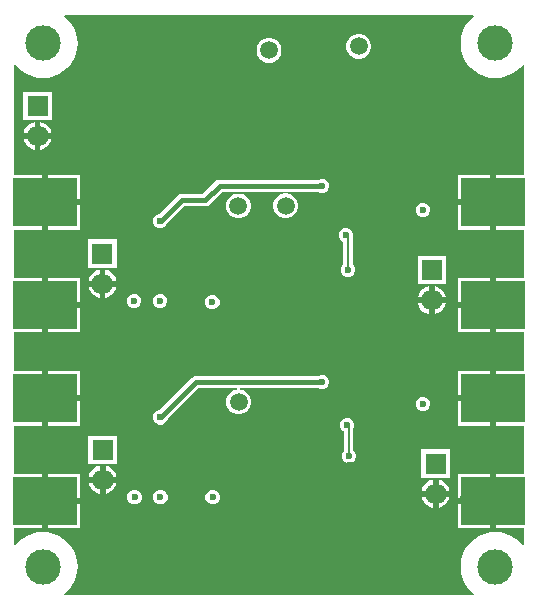
<source format=gbl>
G04*
G04 #@! TF.GenerationSoftware,Altium Limited,Altium Designer,22.6.1 (34)*
G04*
G04 Layer_Physical_Order=4*
G04 Layer_Color=16711680*
%FSAX43Y43*%
%MOMM*%
G71*
G04*
G04 #@! TF.SameCoordinates,DFD1A6D8-6486-425C-A6BB-C63D1257436E*
G04*
G04*
G04 #@! TF.FilePolarity,Positive*
G04*
G01*
G75*
%ADD22R,5.385X4.026*%
%ADD47C,0.193*%
%ADD49C,0.400*%
%ADD51C,1.500*%
%ADD52R,1.800X1.800*%
%ADD53C,1.800*%
%ADD54C,3.000*%
%ADD55C,0.600*%
G36*
X0039307Y0049592D02*
X0039354Y0049465D01*
X0039074Y0049226D01*
X0038775Y0048876D01*
X0038534Y0048483D01*
X0038358Y0048057D01*
X0038250Y0047609D01*
X0038214Y0047150D01*
X0038250Y0046691D01*
X0038358Y0046243D01*
X0038534Y0045817D01*
X0038775Y0045424D01*
X0039074Y0045074D01*
X0039424Y0044775D01*
X0039817Y0044534D01*
X0040243Y0044358D01*
X0040691Y0044250D01*
X0041150Y0044214D01*
X0041609Y0044250D01*
X0042057Y0044358D01*
X0042483Y0044534D01*
X0042876Y0044775D01*
X0043226Y0045074D01*
X0043465Y0045354D01*
X0043592Y0045307D01*
Y0036006D01*
X0041250D01*
Y0033693D01*
Y0031380D01*
X0043592D01*
Y0027320D01*
X0041250D01*
Y0025007D01*
Y0022694D01*
X0043592D01*
Y0019406D01*
X0041250D01*
Y0017093D01*
Y0014780D01*
X0043592D01*
Y0010720D01*
X0041250D01*
Y0008407D01*
Y0006094D01*
X0043592D01*
Y0004693D01*
X0043465Y0004646D01*
X0043226Y0004926D01*
X0042876Y0005225D01*
X0042483Y0005466D01*
X0042057Y0005642D01*
X0041609Y0005750D01*
X0041150Y0005786D01*
X0040691Y0005750D01*
X0040243Y0005642D01*
X0039817Y0005466D01*
X0039424Y0005225D01*
X0039074Y0004926D01*
X0038775Y0004576D01*
X0038534Y0004183D01*
X0038358Y0003757D01*
X0038250Y0003309D01*
X0038214Y0002850D01*
X0038250Y0002391D01*
X0038358Y0001943D01*
X0038534Y0001517D01*
X0038775Y0001124D01*
X0039074Y0000774D01*
X0039354Y0000535D01*
X0039307Y0000408D01*
X0004693D01*
X0004646Y0000535D01*
X0004926Y0000774D01*
X0005225Y0001124D01*
X0005466Y0001517D01*
X0005642Y0001943D01*
X0005750Y0002391D01*
X0005786Y0002850D01*
X0005750Y0003309D01*
X0005642Y0003757D01*
X0005466Y0004183D01*
X0005225Y0004576D01*
X0004926Y0004926D01*
X0004576Y0005225D01*
X0004183Y0005466D01*
X0003757Y0005642D01*
X0003309Y0005750D01*
X0002850Y0005786D01*
X0002391Y0005750D01*
X0001943Y0005642D01*
X0001517Y0005466D01*
X0001124Y0005225D01*
X0000774Y0004926D01*
X0000535Y0004646D01*
X0000408Y0004693D01*
Y0006094D01*
X0002750D01*
Y0008407D01*
Y0010720D01*
X0000408D01*
Y0014780D01*
X0002750D01*
Y0017093D01*
Y0019406D01*
X0000408D01*
Y0022694D01*
X0002750D01*
Y0025007D01*
Y0027320D01*
X0000408D01*
Y0031380D01*
X0002750D01*
Y0033693D01*
Y0036006D01*
X0000408D01*
Y0045307D01*
X0000535Y0045354D01*
X0000774Y0045074D01*
X0001124Y0044775D01*
X0001517Y0044534D01*
X0001943Y0044358D01*
X0002391Y0044250D01*
X0002850Y0044214D01*
X0003309Y0044250D01*
X0003757Y0044358D01*
X0004183Y0044534D01*
X0004576Y0044775D01*
X0004926Y0045074D01*
X0005225Y0045424D01*
X0005466Y0045817D01*
X0005642Y0046243D01*
X0005750Y0046691D01*
X0005786Y0047150D01*
X0005750Y0047609D01*
X0005642Y0048057D01*
X0005466Y0048483D01*
X0005225Y0048876D01*
X0004926Y0049226D01*
X0004646Y0049465D01*
X0004693Y0049592D01*
X0039307Y0049592D01*
D02*
G37*
%LPC*%
G36*
X0029738Y0047950D02*
X0029462D01*
X0029195Y0047878D01*
X0028955Y0047740D01*
X0028760Y0047545D01*
X0028622Y0047305D01*
X0028550Y0047038D01*
Y0046762D01*
X0028622Y0046495D01*
X0028760Y0046255D01*
X0028955Y0046060D01*
X0029195Y0045922D01*
X0029462Y0045850D01*
X0029738D01*
X0030005Y0045922D01*
X0030245Y0046060D01*
X0030440Y0046255D01*
X0030578Y0046495D01*
X0030650Y0046762D01*
Y0047038D01*
X0030578Y0047305D01*
X0030440Y0047545D01*
X0030245Y0047740D01*
X0030005Y0047878D01*
X0029738Y0047950D01*
D02*
G37*
G36*
X0022138Y0047625D02*
X0021862D01*
X0021595Y0047553D01*
X0021355Y0047415D01*
X0021160Y0047220D01*
X0021022Y0046980D01*
X0020950Y0046713D01*
Y0046437D01*
X0021022Y0046170D01*
X0021160Y0045930D01*
X0021355Y0045735D01*
X0021595Y0045597D01*
X0021862Y0045525D01*
X0022138D01*
X0022405Y0045597D01*
X0022645Y0045735D01*
X0022840Y0045930D01*
X0022978Y0046170D01*
X0023050Y0046437D01*
Y0046713D01*
X0022978Y0046980D01*
X0022840Y0047220D01*
X0022645Y0047415D01*
X0022405Y0047553D01*
X0022138Y0047625D01*
D02*
G37*
G36*
X0003600Y0043070D02*
X0001200D01*
Y0040670D01*
X0003600D01*
Y0043070D01*
D02*
G37*
G36*
X0002650Y0040505D02*
Y0039580D01*
X0003575D01*
X0003518Y0039793D01*
X0003360Y0040067D01*
X0003137Y0040290D01*
X0002863Y0040448D01*
X0002650Y0040505D01*
D02*
G37*
G36*
X0002150D02*
X0001937Y0040448D01*
X0001663Y0040290D01*
X0001440Y0040067D01*
X0001282Y0039793D01*
X0001225Y0039580D01*
X0002150D01*
Y0040505D01*
D02*
G37*
G36*
X0003575Y0039080D02*
X0002650D01*
Y0038155D01*
X0002863Y0038212D01*
X0003137Y0038370D01*
X0003360Y0038593D01*
X0003518Y0038867D01*
X0003575Y0039080D01*
D02*
G37*
G36*
X0002150D02*
X0001225D01*
X0001282Y0038867D01*
X0001440Y0038593D01*
X0001663Y0038370D01*
X0001937Y0038212D01*
X0002150Y0038155D01*
Y0039080D01*
D02*
G37*
G36*
X0026619Y0035700D02*
X0026381D01*
X0026163Y0035610D01*
X0017820D01*
X0017625Y0035571D01*
X0017460Y0035460D01*
X0016399Y0034400D01*
X0014590D01*
X0014395Y0034361D01*
X0014230Y0034250D01*
X0012678Y0032699D01*
X0012460Y0032609D01*
X0012291Y0032440D01*
X0012200Y0032219D01*
Y0031981D01*
X0012291Y0031760D01*
X0012460Y0031591D01*
X0012681Y0031500D01*
X0012919D01*
X0013140Y0031591D01*
X0013309Y0031760D01*
X0013399Y0031978D01*
X0014801Y0033380D01*
X0016610D01*
X0016805Y0033419D01*
X0016970Y0033530D01*
X0018031Y0034590D01*
X0026163D01*
X0026381Y0034500D01*
X0026619D01*
X0026840Y0034591D01*
X0027009Y0034760D01*
X0027100Y0034981D01*
Y0035219D01*
X0027009Y0035440D01*
X0026840Y0035609D01*
X0026619Y0035700D01*
D02*
G37*
G36*
X0005992Y0036006D02*
X0003250D01*
Y0033943D01*
X0005992D01*
Y0036006D01*
D02*
G37*
G36*
X0040750Y0036006D02*
X0038008D01*
Y0033943D01*
X0040750D01*
Y0036006D01*
D02*
G37*
G36*
X0035129Y0033660D02*
X0034891D01*
X0034670Y0033569D01*
X0034501Y0033400D01*
X0034410Y0033179D01*
Y0032941D01*
X0034501Y0032720D01*
X0034670Y0032551D01*
X0034891Y0032460D01*
X0035129D01*
X0035350Y0032551D01*
X0035519Y0032720D01*
X0035610Y0032941D01*
Y0033179D01*
X0035519Y0033400D01*
X0035350Y0033569D01*
X0035129Y0033660D01*
D02*
G37*
G36*
X0023538Y0034450D02*
X0023262D01*
X0022995Y0034378D01*
X0022755Y0034240D01*
X0022560Y0034045D01*
X0022422Y0033805D01*
X0022350Y0033538D01*
Y0033262D01*
X0022422Y0032995D01*
X0022560Y0032755D01*
X0022755Y0032560D01*
X0022995Y0032422D01*
X0023262Y0032350D01*
X0023538D01*
X0023805Y0032422D01*
X0024045Y0032560D01*
X0024240Y0032755D01*
X0024378Y0032995D01*
X0024450Y0033262D01*
Y0033538D01*
X0024378Y0033805D01*
X0024240Y0034045D01*
X0024045Y0034240D01*
X0023805Y0034378D01*
X0023538Y0034450D01*
D02*
G37*
G36*
X0019548Y0034440D02*
X0019272D01*
X0019005Y0034368D01*
X0018765Y0034230D01*
X0018570Y0034035D01*
X0018432Y0033795D01*
X0018360Y0033528D01*
Y0033252D01*
X0018432Y0032985D01*
X0018570Y0032745D01*
X0018765Y0032550D01*
X0019005Y0032412D01*
X0019272Y0032340D01*
X0019548D01*
X0019815Y0032412D01*
X0020055Y0032550D01*
X0020250Y0032745D01*
X0020388Y0032985D01*
X0020460Y0033252D01*
Y0033528D01*
X0020388Y0033795D01*
X0020250Y0034035D01*
X0020055Y0034230D01*
X0019815Y0034368D01*
X0019548Y0034440D01*
D02*
G37*
G36*
X0005992Y0033443D02*
X0003250D01*
Y0031380D01*
X0005992D01*
Y0033443D01*
D02*
G37*
G36*
X0040750D02*
X0038008D01*
Y0031380D01*
X0040750D01*
Y0033443D01*
D02*
G37*
G36*
X0009100Y0030550D02*
X0006700D01*
Y0028150D01*
X0009100D01*
Y0030550D01*
D02*
G37*
G36*
X0028609Y0031500D02*
X0028371D01*
X0028150Y0031409D01*
X0027981Y0031240D01*
X0027890Y0031019D01*
Y0030781D01*
X0027981Y0030560D01*
X0028150Y0030391D01*
X0028295Y0030331D01*
Y0028444D01*
X0028191Y0028340D01*
X0028100Y0028119D01*
Y0027881D01*
X0028191Y0027660D01*
X0028360Y0027491D01*
X0028581Y0027400D01*
X0028819D01*
X0029040Y0027491D01*
X0029209Y0027660D01*
X0029300Y0027881D01*
Y0028119D01*
X0029209Y0028340D01*
X0029105Y0028444D01*
Y0030690D01*
X0029105Y0030690D01*
X0029088Y0030775D01*
X0029090Y0030781D01*
Y0031019D01*
X0028999Y0031240D01*
X0028830Y0031409D01*
X0028609Y0031500D01*
D02*
G37*
G36*
X0008150Y0027985D02*
Y0027060D01*
X0009075D01*
X0009018Y0027273D01*
X0008860Y0027547D01*
X0008637Y0027770D01*
X0008363Y0027928D01*
X0008150Y0027985D01*
D02*
G37*
G36*
X0007650D02*
X0007437Y0027928D01*
X0007163Y0027770D01*
X0006940Y0027547D01*
X0006782Y0027273D01*
X0006725Y0027060D01*
X0007650D01*
Y0027985D01*
D02*
G37*
G36*
X0036980Y0029150D02*
X0034580D01*
Y0026750D01*
X0036980D01*
Y0029150D01*
D02*
G37*
G36*
X0036030Y0026585D02*
Y0025660D01*
X0036955D01*
X0036898Y0025873D01*
X0036740Y0026147D01*
X0036517Y0026370D01*
X0036243Y0026528D01*
X0036030Y0026585D01*
D02*
G37*
G36*
X0035530D02*
X0035317Y0026528D01*
X0035043Y0026370D01*
X0034820Y0026147D01*
X0034662Y0025873D01*
X0034605Y0025660D01*
X0035530D01*
Y0026585D01*
D02*
G37*
G36*
X0009075Y0026560D02*
X0008150D01*
Y0025635D01*
X0008363Y0025692D01*
X0008637Y0025850D01*
X0008860Y0026073D01*
X0009018Y0026347D01*
X0009075Y0026560D01*
D02*
G37*
G36*
X0007650D02*
X0006725D01*
X0006782Y0026347D01*
X0006940Y0026073D01*
X0007163Y0025850D01*
X0007437Y0025692D01*
X0007650Y0025635D01*
Y0026560D01*
D02*
G37*
G36*
X0005992Y0027320D02*
X0003250D01*
Y0025257D01*
X0005992D01*
Y0027320D01*
D02*
G37*
G36*
X0040750Y0027320D02*
X0038008D01*
Y0025257D01*
X0040750D01*
Y0027320D01*
D02*
G37*
G36*
X0012921Y0025953D02*
X0012682D01*
X0012461Y0025862D01*
X0012293Y0025693D01*
X0012201Y0025473D01*
Y0025234D01*
X0012293Y0025013D01*
X0012461Y0024845D01*
X0012682Y0024753D01*
X0012921D01*
X0013141Y0024845D01*
X0013310Y0025013D01*
X0013401Y0025234D01*
Y0025473D01*
X0013310Y0025693D01*
X0013141Y0025862D01*
X0012921Y0025953D01*
D02*
G37*
G36*
X0010721D02*
X0010482D01*
X0010261Y0025862D01*
X0010093Y0025693D01*
X0010001Y0025473D01*
Y0025234D01*
X0010093Y0025013D01*
X0010261Y0024845D01*
X0010482Y0024753D01*
X0010721D01*
X0010941Y0024845D01*
X0011110Y0025013D01*
X0011201Y0025234D01*
Y0025473D01*
X0011110Y0025693D01*
X0010941Y0025862D01*
X0010721Y0025953D01*
D02*
G37*
G36*
X0017329Y0025840D02*
X0017091D01*
X0016870Y0025749D01*
X0016701Y0025580D01*
X0016610Y0025359D01*
Y0025121D01*
X0016701Y0024900D01*
X0016870Y0024731D01*
X0017091Y0024640D01*
X0017329D01*
X0017550Y0024731D01*
X0017719Y0024900D01*
X0017810Y0025121D01*
Y0025359D01*
X0017719Y0025580D01*
X0017550Y0025749D01*
X0017329Y0025840D01*
D02*
G37*
G36*
X0036955Y0025160D02*
X0036030D01*
Y0024235D01*
X0036243Y0024292D01*
X0036517Y0024450D01*
X0036740Y0024673D01*
X0036898Y0024947D01*
X0036955Y0025160D01*
D02*
G37*
G36*
X0035530D02*
X0034605D01*
X0034662Y0024947D01*
X0034820Y0024673D01*
X0035043Y0024450D01*
X0035317Y0024292D01*
X0035530Y0024235D01*
Y0025160D01*
D02*
G37*
G36*
X0005992Y0024757D02*
X0003250D01*
Y0022694D01*
X0005992D01*
Y0024757D01*
D02*
G37*
G36*
X0040750D02*
X0038008D01*
Y0022694D01*
X0040750D01*
Y0024757D01*
D02*
G37*
G36*
X0026627Y0019080D02*
X0026388D01*
X0026170Y0018990D01*
X0015807D01*
X0015612Y0018951D01*
X0015447Y0018841D01*
X0012685Y0016079D01*
X0012467Y0015989D01*
X0012299Y0015820D01*
X0012207Y0015600D01*
Y0015361D01*
X0012299Y0015141D01*
X0012467Y0014972D01*
X0012688Y0014880D01*
X0012927D01*
X0013147Y0014972D01*
X0013316Y0015141D01*
X0013406Y0015358D01*
X0016018Y0017971D01*
X0019278D01*
X0019282Y0017845D01*
X0019015Y0017773D01*
X0018775Y0017635D01*
X0018580Y0017440D01*
X0018442Y0017200D01*
X0018370Y0016933D01*
Y0016657D01*
X0018442Y0016390D01*
X0018580Y0016150D01*
X0018775Y0015955D01*
X0019015Y0015817D01*
X0019282Y0015745D01*
X0019558D01*
X0019825Y0015817D01*
X0020065Y0015955D01*
X0020260Y0016150D01*
X0020398Y0016390D01*
X0020470Y0016657D01*
Y0016933D01*
X0020398Y0017200D01*
X0020260Y0017440D01*
X0020065Y0017635D01*
X0019825Y0017773D01*
X0019558Y0017845D01*
X0019562Y0017971D01*
X0026170D01*
X0026388Y0017880D01*
X0026627D01*
X0026847Y0017972D01*
X0027016Y0018141D01*
X0027107Y0018361D01*
Y0018600D01*
X0027016Y0018820D01*
X0026847Y0018989D01*
X0026627Y0019080D01*
D02*
G37*
G36*
X0005992Y0019406D02*
X0003250D01*
Y0017343D01*
X0005992D01*
Y0019406D01*
D02*
G37*
G36*
X0040750Y0019406D02*
X0038008D01*
Y0017343D01*
X0040750D01*
Y0019406D01*
D02*
G37*
G36*
X0035139Y0017245D02*
X0034901D01*
X0034680Y0017154D01*
X0034511Y0016985D01*
X0034420Y0016764D01*
Y0016526D01*
X0034511Y0016305D01*
X0034680Y0016136D01*
X0034901Y0016045D01*
X0035139D01*
X0035360Y0016136D01*
X0035529Y0016305D01*
X0035620Y0016526D01*
Y0016764D01*
X0035529Y0016985D01*
X0035360Y0017154D01*
X0035139Y0017245D01*
D02*
G37*
G36*
X0005992Y0016843D02*
X0003250D01*
Y0014780D01*
X0005992D01*
Y0016843D01*
D02*
G37*
G36*
X0040750Y0016843D02*
X0038008D01*
Y0014780D01*
X0040750D01*
Y0016843D01*
D02*
G37*
G36*
X0028735Y0015430D02*
X0028497D01*
X0028276Y0015339D01*
X0028107Y0015170D01*
X0028016Y0014949D01*
Y0014711D01*
X0028107Y0014490D01*
X0028276Y0014321D01*
X0028338Y0014296D01*
Y0012661D01*
X0028234Y0012557D01*
X0028142Y0012337D01*
Y0012098D01*
X0028234Y0011877D01*
X0028402Y0011709D01*
X0028623Y0011617D01*
X0028862D01*
X0029082Y0011709D01*
X0029251Y0011877D01*
X0029342Y0012098D01*
Y0012337D01*
X0029251Y0012557D01*
X0029147Y0012661D01*
Y0014543D01*
X0029216Y0014711D01*
Y0014949D01*
X0029125Y0015170D01*
X0028956Y0015339D01*
X0028735Y0015430D01*
D02*
G37*
G36*
X0009110Y0013950D02*
X0006710D01*
Y0011550D01*
X0009110D01*
Y0013950D01*
D02*
G37*
G36*
X0008160Y0011385D02*
Y0010460D01*
X0009085D01*
X0009028Y0010673D01*
X0008870Y0010947D01*
X0008647Y0011170D01*
X0008373Y0011328D01*
X0008160Y0011385D01*
D02*
G37*
G36*
X0007660D02*
X0007447Y0011328D01*
X0007173Y0011170D01*
X0006950Y0010947D01*
X0006792Y0010673D01*
X0006735Y0010460D01*
X0007660D01*
Y0011385D01*
D02*
G37*
G36*
X0037300Y0012770D02*
X0034900D01*
Y0010370D01*
X0037300D01*
Y0012770D01*
D02*
G37*
G36*
X0036350Y0010205D02*
Y0009280D01*
X0037275D01*
X0037218Y0009493D01*
X0037060Y0009767D01*
X0036837Y0009990D01*
X0036563Y0010148D01*
X0036350Y0010205D01*
D02*
G37*
G36*
X0035850D02*
X0035637Y0010148D01*
X0035363Y0009990D01*
X0035140Y0009767D01*
X0034982Y0009493D01*
X0034925Y0009280D01*
X0035850D01*
Y0010205D01*
D02*
G37*
G36*
X0009085Y0009960D02*
X0008160D01*
Y0009035D01*
X0008373Y0009092D01*
X0008647Y0009250D01*
X0008870Y0009473D01*
X0009028Y0009747D01*
X0009085Y0009960D01*
D02*
G37*
G36*
X0007660D02*
X0006735D01*
X0006792Y0009747D01*
X0006950Y0009473D01*
X0007173Y0009250D01*
X0007447Y0009092D01*
X0007660Y0009035D01*
Y0009960D01*
D02*
G37*
G36*
X0005992Y0010720D02*
X0003250D01*
Y0008657D01*
X0005992D01*
Y0010720D01*
D02*
G37*
G36*
X0040750Y0010720D02*
X0038008D01*
Y0008657D01*
X0040750D01*
Y0010720D01*
D02*
G37*
G36*
X0017339Y0009325D02*
X0017101D01*
X0016880Y0009234D01*
X0016711Y0009065D01*
X0016620Y0008844D01*
Y0008606D01*
X0016711Y0008385D01*
X0016880Y0008216D01*
X0017101Y0008125D01*
X0017339D01*
X0017560Y0008216D01*
X0017729Y0008385D01*
X0017820Y0008606D01*
Y0008844D01*
X0017729Y0009065D01*
X0017560Y0009234D01*
X0017339Y0009325D01*
D02*
G37*
G36*
X0012929Y0009315D02*
X0012691D01*
X0012470Y0009224D01*
X0012301Y0009055D01*
X0012210Y0008834D01*
Y0008596D01*
X0012301Y0008375D01*
X0012470Y0008206D01*
X0012691Y0008115D01*
X0012929D01*
X0013150Y0008206D01*
X0013319Y0008375D01*
X0013410Y0008596D01*
Y0008834D01*
X0013319Y0009055D01*
X0013150Y0009224D01*
X0012929Y0009315D01*
D02*
G37*
G36*
X0010729D02*
X0010491D01*
X0010270Y0009224D01*
X0010101Y0009055D01*
X0010010Y0008834D01*
Y0008596D01*
X0010101Y0008375D01*
X0010270Y0008206D01*
X0010491Y0008115D01*
X0010729D01*
X0010950Y0008206D01*
X0011119Y0008375D01*
X0011210Y0008596D01*
Y0008834D01*
X0011119Y0009055D01*
X0010950Y0009224D01*
X0010729Y0009315D01*
D02*
G37*
G36*
X0037275Y0008780D02*
X0036350D01*
Y0007855D01*
X0036563Y0007912D01*
X0036837Y0008070D01*
X0037060Y0008293D01*
X0037218Y0008567D01*
X0037275Y0008780D01*
D02*
G37*
G36*
X0035850D02*
X0034925D01*
X0034982Y0008567D01*
X0035140Y0008293D01*
X0035363Y0008070D01*
X0035637Y0007912D01*
X0035850Y0007855D01*
Y0008780D01*
D02*
G37*
G36*
X0005992Y0008157D02*
X0003250D01*
Y0006094D01*
X0005992D01*
Y0008157D01*
D02*
G37*
G36*
X0040750Y0008157D02*
X0038008D01*
Y0006094D01*
X0040750D01*
Y0008157D01*
D02*
G37*
%LPD*%
D22*
X0041000Y0017093D02*
D03*
Y0008407D02*
D03*
X0041000Y0033693D02*
D03*
Y0025007D02*
D03*
X0003000Y0008407D02*
D03*
Y0017093D02*
D03*
Y0025007D02*
D03*
Y0033693D02*
D03*
D47*
X0028742Y0012217D02*
Y0014594D01*
X0028616Y0014720D02*
X0028742Y0014594D01*
X0028616Y0014720D02*
Y0014830D01*
X0028700Y0028000D02*
Y0030690D01*
X0028490Y0030900D02*
X0028700Y0030690D01*
D49*
X0012823Y0032123D02*
X0014590Y0033890D01*
X0017820Y0035100D02*
X0026500D01*
X0014590Y0033890D02*
X0016610D01*
X0017820Y0035100D01*
X0012831Y0015504D02*
X0015807Y0018480D01*
X0026507D01*
D51*
X0019420Y0016795D02*
D03*
X0023400Y0033400D02*
D03*
X0019410Y0033390D02*
D03*
X0029600Y0046900D02*
D03*
X0022000Y0046575D02*
D03*
D52*
X0035780Y0027950D02*
D03*
X0002400Y0041870D02*
D03*
X0007910Y0012750D02*
D03*
X0007900Y0029350D02*
D03*
X0036100Y0011570D02*
D03*
D53*
X0035780Y0025410D02*
D03*
X0002400Y0039330D02*
D03*
X0007910Y0010210D02*
D03*
X0007900Y0026810D02*
D03*
X0036100Y0009030D02*
D03*
D54*
X0041150Y0047150D02*
D03*
Y0002850D02*
D03*
X0002850D02*
D03*
Y0047150D02*
D03*
D55*
X0041000Y0022000D02*
D03*
Y0014000D02*
D03*
X0035000Y0034000D02*
D03*
X0037000Y0030000D02*
D03*
Y0022000D02*
D03*
X0035000Y0018000D02*
D03*
X0037000Y0014000D02*
D03*
Y0006000D02*
D03*
X0035000Y0002000D02*
D03*
X0031000Y0034000D02*
D03*
Y0026000D02*
D03*
X0033000Y0022000D02*
D03*
X0031000Y0018000D02*
D03*
X0033000Y0006000D02*
D03*
X0031000Y0002000D02*
D03*
X0027000Y0042000D02*
D03*
Y0026000D02*
D03*
X0029000Y0022000D02*
D03*
X0027000Y0010000D02*
D03*
X0029000Y0006000D02*
D03*
X0027000Y0002000D02*
D03*
X0023000Y0042000D02*
D03*
Y0026000D02*
D03*
X0025000Y0022000D02*
D03*
Y0006000D02*
D03*
X0023000Y0002000D02*
D03*
X0021000Y0038000D02*
D03*
Y0022000D02*
D03*
Y0006000D02*
D03*
X0019000Y0002000D02*
D03*
X0017000Y0046000D02*
D03*
X0015000Y0042000D02*
D03*
X0017000Y0038000D02*
D03*
X0015000Y0026000D02*
D03*
X0017000Y0022000D02*
D03*
X0015000Y0010000D02*
D03*
X0017000Y0006000D02*
D03*
X0015000Y0002000D02*
D03*
X0011000Y0034000D02*
D03*
X0013000Y0022000D02*
D03*
X0011000Y0018000D02*
D03*
X0013000Y0006000D02*
D03*
X0011000Y0002000D02*
D03*
X0009000Y0046000D02*
D03*
Y0038000D02*
D03*
X0007000Y0034000D02*
D03*
X0009000Y0022000D02*
D03*
X0007000Y0018000D02*
D03*
X0009000Y0006000D02*
D03*
X0007000Y0002000D02*
D03*
X0005000Y0038000D02*
D03*
Y0022000D02*
D03*
Y0014000D02*
D03*
X0028490Y0030900D02*
D03*
X0028742Y0012217D02*
D03*
X0028844Y0011464D02*
D03*
X0028616Y0014830D02*
D03*
X0028700Y0028000D02*
D03*
X0028800Y0027100D02*
D03*
X0022823Y0012193D02*
D03*
X0035010Y0030240D02*
D03*
X0023319Y0027781D02*
D03*
X0036650Y0037800D02*
D03*
X0032915Y0039840D02*
D03*
X0013400Y0035275D02*
D03*
Y0039225D02*
D03*
X0026650Y0046200D02*
D03*
X0007600Y0040375D02*
D03*
X0005400D02*
D03*
X0019600Y0042050D02*
D03*
X0035020Y0016645D02*
D03*
X0035010Y0033060D02*
D03*
X0026507Y0018480D02*
D03*
X0012807Y0015480D02*
D03*
X0012800Y0032100D02*
D03*
X0026500Y0035100D02*
D03*
X0010610Y0008715D02*
D03*
X0012810D02*
D03*
X0017220Y0008725D02*
D03*
X0017210Y0025240D02*
D03*
X0012801Y0025353D02*
D03*
X0010601D02*
D03*
X0015022Y0014627D02*
D03*
X0017222D02*
D03*
X0041000Y0006394D02*
D03*
X0038440Y0008560D02*
D03*
X0041000Y0010420D02*
D03*
X0038308Y0017093D02*
D03*
X0041000Y0015080D02*
D03*
Y0019106D02*
D03*
X0038308Y0033693D02*
D03*
X0041000Y0035706D02*
D03*
Y0031680D02*
D03*
X0038308Y0025007D02*
D03*
X0041000Y0027020D02*
D03*
Y0022994D02*
D03*
X0035018Y0013823D02*
D03*
X0030618Y0016147D02*
D03*
X0021618Y0008722D02*
D03*
X0017218Y0011023D02*
D03*
X0005690Y0008404D02*
D03*
X0002997Y0006391D02*
D03*
Y0010417D02*
D03*
X0005690Y0017091D02*
D03*
X0002997Y0019104D02*
D03*
Y0015078D02*
D03*
Y0035704D02*
D03*
X0005690Y0033691D02*
D03*
X0002997Y0031678D02*
D03*
Y0027017D02*
D03*
X0005690Y0025004D02*
D03*
X0002997Y0022991D02*
D03*
X0015013Y0031247D02*
D03*
X0017213D02*
D03*
X0021608Y0025263D02*
D03*
X0017208Y0027538D02*
D03*
X0030608Y0032513D02*
D03*
M02*

</source>
